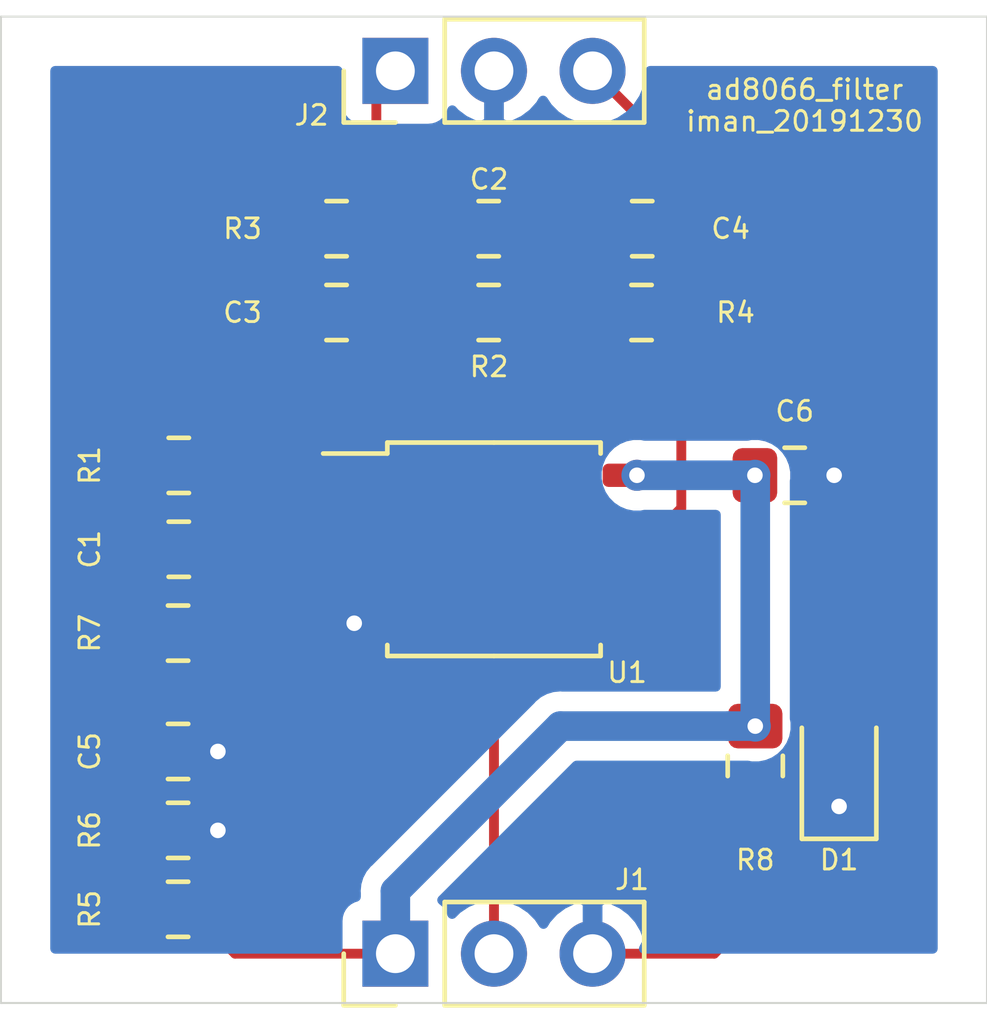
<source format=kicad_pcb>
(kicad_pcb (version 20171130) (host pcbnew "(5.1.5)-3")

  (general
    (thickness 1.6)
    (drawings 8)
    (tracks 92)
    (zones 0)
    (modules 18)
    (nets 13)
  )

  (page A4)
  (layers
    (0 F.Cu signal)
    (31 B.Cu signal)
    (32 B.Adhes user hide)
    (33 F.Adhes user hide)
    (34 B.Paste user hide)
    (35 F.Paste user hide)
    (36 B.SilkS user)
    (37 F.SilkS user)
    (38 B.Mask user)
    (39 F.Mask user)
    (40 Dwgs.User user hide)
    (41 Cmts.User user hide)
    (42 Eco1.User user hide)
    (43 Eco2.User user hide)
    (44 Edge.Cuts user)
    (45 Margin user hide)
    (46 B.CrtYd user hide)
    (47 F.CrtYd user hide)
    (48 B.Fab user hide)
    (49 F.Fab user hide)
  )

  (setup
    (last_trace_width 0.254)
    (user_trace_width 0.254)
    (user_trace_width 0.762)
    (trace_clearance 0.2)
    (zone_clearance 0.508)
    (zone_45_only no)
    (trace_min 0.2)
    (via_size 0.8)
    (via_drill 0.4)
    (via_min_size 0.4)
    (via_min_drill 0.3)
    (user_via 0.5 0.3)
    (uvia_size 0.3)
    (uvia_drill 0.1)
    (uvias_allowed no)
    (uvia_min_size 0.2)
    (uvia_min_drill 0.1)
    (edge_width 0.05)
    (segment_width 0.2)
    (pcb_text_width 0.3)
    (pcb_text_size 1.5 1.5)
    (mod_edge_width 0.12)
    (mod_text_size 1 1)
    (mod_text_width 0.15)
    (pad_size 1.524 1.524)
    (pad_drill 0.762)
    (pad_to_mask_clearance 0.051)
    (solder_mask_min_width 0.25)
    (aux_axis_origin 0 0)
    (visible_elements 7FFFFFFF)
    (pcbplotparams
      (layerselection 0x010f0_ffffffff)
      (usegerberextensions false)
      (usegerberattributes false)
      (usegerberadvancedattributes false)
      (creategerberjobfile false)
      (excludeedgelayer true)
      (linewidth 0.100000)
      (plotframeref false)
      (viasonmask false)
      (mode 1)
      (useauxorigin false)
      (hpglpennumber 1)
      (hpglpenspeed 20)
      (hpglpendiameter 15.000000)
      (psnegative false)
      (psa4output false)
      (plotreference true)
      (plotvalue true)
      (plotinvisibletext false)
      (padsonsilk false)
      (subtractmaskfromsilk false)
      (outputformat 1)
      (mirror false)
      (drillshape 0)
      (scaleselection 1)
      (outputdirectory "releases/ad8066-filter_20191230"))
  )

  (net 0 "")
  (net 1 /IFsig)
  (net 2 "Net-(C1-Pad1)")
  (net 3 /filt1)
  (net 4 "Net-(C2-Pad1)")
  (net 5 "Net-(C3-Pad2)")
  (net 6 "Net-(C4-Pad2)")
  (net 7 /Vout)
  (net 8 /GND)
  (net 9 "Net-(C5-Pad1)")
  (net 10 /5V)
  (net 11 /Vref)
  (net 12 "Net-(D1-Pad2)")

  (net_class Default "This is the default net class."
    (clearance 0.2)
    (trace_width 0.25)
    (via_dia 0.8)
    (via_drill 0.4)
    (uvia_dia 0.3)
    (uvia_drill 0.1)
    (add_net /5V)
    (add_net /GND)
    (add_net /IFsig)
    (add_net /Vout)
    (add_net /Vref)
    (add_net /filt1)
    (add_net "Net-(C1-Pad1)")
    (add_net "Net-(C2-Pad1)")
    (add_net "Net-(C3-Pad2)")
    (add_net "Net-(C4-Pad2)")
    (add_net "Net-(C5-Pad1)")
    (add_net "Net-(D1-Pad2)")
  )

  (module Resistor_SMD:R_0805_2012Metric_Pad1.15x1.40mm_HandSolder (layer F.Cu) (tedit 5B36C52B) (tstamp 5E098CA8)
    (at 171.831 95.495 90)
    (descr "Resistor SMD 0805 (2012 Metric), square (rectangular) end terminal, IPC_7351 nominal with elongated pad for handsoldering. (Body size source: https://docs.google.com/spreadsheets/d/1BsfQQcO9C6DZCsRaXUlFlo91Tg2WpOkGARC1WS5S8t0/edit?usp=sharing), generated with kicad-footprint-generator")
    (tags "resistor handsolder")
    (path /5E09967E)
    (attr smd)
    (fp_text reference R8 (at -2.422 0 180) (layer F.SilkS)
      (effects (font (size 0.508 0.508) (thickness 0.0762)))
    )
    (fp_text value 1k (at 0 1.65 90) (layer F.Fab)
      (effects (font (size 1 1) (thickness 0.15)))
    )
    (fp_text user %R (at 0 0 90) (layer F.Fab)
      (effects (font (size 0.5 0.5) (thickness 0.08)))
    )
    (fp_line (start 1.85 0.95) (end -1.85 0.95) (layer F.CrtYd) (width 0.05))
    (fp_line (start 1.85 -0.95) (end 1.85 0.95) (layer F.CrtYd) (width 0.05))
    (fp_line (start -1.85 -0.95) (end 1.85 -0.95) (layer F.CrtYd) (width 0.05))
    (fp_line (start -1.85 0.95) (end -1.85 -0.95) (layer F.CrtYd) (width 0.05))
    (fp_line (start -0.261252 0.71) (end 0.261252 0.71) (layer F.SilkS) (width 0.12))
    (fp_line (start -0.261252 -0.71) (end 0.261252 -0.71) (layer F.SilkS) (width 0.12))
    (fp_line (start 1 0.6) (end -1 0.6) (layer F.Fab) (width 0.1))
    (fp_line (start 1 -0.6) (end 1 0.6) (layer F.Fab) (width 0.1))
    (fp_line (start -1 -0.6) (end 1 -0.6) (layer F.Fab) (width 0.1))
    (fp_line (start -1 0.6) (end -1 -0.6) (layer F.Fab) (width 0.1))
    (pad 2 smd roundrect (at 1.025 0 90) (size 1.15 1.4) (layers F.Cu F.Paste F.Mask) (roundrect_rratio 0.217391)
      (net 10 /5V))
    (pad 1 smd roundrect (at -1.025 0 90) (size 1.15 1.4) (layers F.Cu F.Paste F.Mask) (roundrect_rratio 0.217391)
      (net 12 "Net-(D1-Pad2)"))
    (model ${KISYS3DMOD}/Resistor_SMD.3dshapes/R_0805_2012Metric.wrl
      (at (xyz 0 0 0))
      (scale (xyz 1 1 1))
      (rotate (xyz 0 0 0))
    )
  )

  (module LED_SMD:LED_0805_2012Metric_Pad1.15x1.40mm_HandSolder (layer F.Cu) (tedit 5B4B45C9) (tstamp 5E098B5F)
    (at 173.99 95.513 90)
    (descr "LED SMD 0805 (2012 Metric), square (rectangular) end terminal, IPC_7351 nominal, (Body size source: https://docs.google.com/spreadsheets/d/1BsfQQcO9C6DZCsRaXUlFlo91Tg2WpOkGARC1WS5S8t0/edit?usp=sharing), generated with kicad-footprint-generator")
    (tags "LED handsolder")
    (path /5E09B131)
    (attr smd)
    (fp_text reference D1 (at -2.404 0 180) (layer F.SilkS)
      (effects (font (size 0.508 0.508) (thickness 0.0762)))
    )
    (fp_text value LED (at 0 1.65 90) (layer F.Fab)
      (effects (font (size 1 1) (thickness 0.15)))
    )
    (fp_text user %R (at 0 0 90) (layer F.Fab)
      (effects (font (size 0.5 0.5) (thickness 0.08)))
    )
    (fp_line (start 1.85 0.95) (end -1.85 0.95) (layer F.CrtYd) (width 0.05))
    (fp_line (start 1.85 -0.95) (end 1.85 0.95) (layer F.CrtYd) (width 0.05))
    (fp_line (start -1.85 -0.95) (end 1.85 -0.95) (layer F.CrtYd) (width 0.05))
    (fp_line (start -1.85 0.95) (end -1.85 -0.95) (layer F.CrtYd) (width 0.05))
    (fp_line (start -1.86 0.96) (end 1 0.96) (layer F.SilkS) (width 0.12))
    (fp_line (start -1.86 -0.96) (end -1.86 0.96) (layer F.SilkS) (width 0.12))
    (fp_line (start 1 -0.96) (end -1.86 -0.96) (layer F.SilkS) (width 0.12))
    (fp_line (start 1 0.6) (end 1 -0.6) (layer F.Fab) (width 0.1))
    (fp_line (start -1 0.6) (end 1 0.6) (layer F.Fab) (width 0.1))
    (fp_line (start -1 -0.3) (end -1 0.6) (layer F.Fab) (width 0.1))
    (fp_line (start -0.7 -0.6) (end -1 -0.3) (layer F.Fab) (width 0.1))
    (fp_line (start 1 -0.6) (end -0.7 -0.6) (layer F.Fab) (width 0.1))
    (pad 2 smd roundrect (at 1.025 0 90) (size 1.15 1.4) (layers F.Cu F.Paste F.Mask) (roundrect_rratio 0.217391)
      (net 12 "Net-(D1-Pad2)"))
    (pad 1 smd roundrect (at -1.025 0 90) (size 1.15 1.4) (layers F.Cu F.Paste F.Mask) (roundrect_rratio 0.217391)
      (net 8 /GND))
    (model ${KISYS3DMOD}/LED_SMD.3dshapes/LED_0805_2012Metric.wrl
      (at (xyz 0 0 0))
      (scale (xyz 1 1 1))
      (rotate (xyz 0 0 0))
    )
  )

  (module Capacitor_SMD:C_0805_2012Metric_Pad1.15x1.40mm_HandSolder (layer F.Cu) (tedit 5B36C52B) (tstamp 5E08CAA0)
    (at 168.919 81.661 180)
    (descr "Capacitor SMD 0805 (2012 Metric), square (rectangular) end terminal, IPC_7351 nominal with elongated pad for handsoldering. (Body size source: https://docs.google.com/spreadsheets/d/1BsfQQcO9C6DZCsRaXUlFlo91Tg2WpOkGARC1WS5S8t0/edit?usp=sharing), generated with kicad-footprint-generator")
    (tags "capacitor handsolder")
    (path /5E09AA09)
    (attr smd)
    (fp_text reference C4 (at -2.277 0) (layer F.SilkS)
      (effects (font (size 0.508 0.508) (thickness 0.0762)))
    )
    (fp_text value 4.7u (at 0 1.65) (layer F.Fab)
      (effects (font (size 1 1) (thickness 0.15)))
    )
    (fp_text user %R (at 0 0) (layer F.Fab)
      (effects (font (size 0.5 0.5) (thickness 0.08)))
    )
    (fp_line (start 1.85 0.95) (end -1.85 0.95) (layer F.CrtYd) (width 0.05))
    (fp_line (start 1.85 -0.95) (end 1.85 0.95) (layer F.CrtYd) (width 0.05))
    (fp_line (start -1.85 -0.95) (end 1.85 -0.95) (layer F.CrtYd) (width 0.05))
    (fp_line (start -1.85 0.95) (end -1.85 -0.95) (layer F.CrtYd) (width 0.05))
    (fp_line (start -0.261252 0.71) (end 0.261252 0.71) (layer F.SilkS) (width 0.12))
    (fp_line (start -0.261252 -0.71) (end 0.261252 -0.71) (layer F.SilkS) (width 0.12))
    (fp_line (start 1 0.6) (end -1 0.6) (layer F.Fab) (width 0.1))
    (fp_line (start 1 -0.6) (end 1 0.6) (layer F.Fab) (width 0.1))
    (fp_line (start -1 -0.6) (end 1 -0.6) (layer F.Fab) (width 0.1))
    (fp_line (start -1 0.6) (end -1 -0.6) (layer F.Fab) (width 0.1))
    (pad 2 smd roundrect (at 1.025 0 180) (size 1.15 1.4) (layers F.Cu F.Paste F.Mask) (roundrect_rratio 0.217391)
      (net 6 "Net-(C4-Pad2)"))
    (pad 1 smd roundrect (at -1.025 0 180) (size 1.15 1.4) (layers F.Cu F.Paste F.Mask) (roundrect_rratio 0.217391)
      (net 7 /Vout))
    (model ${KISYS3DMOD}/Capacitor_SMD.3dshapes/C_0805_2012Metric.wrl
      (at (xyz 0 0 0))
      (scale (xyz 1 1 1))
      (rotate (xyz 0 0 0))
    )
  )

  (module Resistor_SMD:R_0805_2012Metric_Pad1.15x1.40mm_HandSolder (layer F.Cu) (tedit 5B36C52B) (tstamp 5E0994D4)
    (at 168.901 83.82 180)
    (descr "Resistor SMD 0805 (2012 Metric), square (rectangular) end terminal, IPC_7351 nominal with elongated pad for handsoldering. (Body size source: https://docs.google.com/spreadsheets/d/1BsfQQcO9C6DZCsRaXUlFlo91Tg2WpOkGARC1WS5S8t0/edit?usp=sharing), generated with kicad-footprint-generator")
    (tags "resistor handsolder")
    (path /5E09A004)
    (attr smd)
    (fp_text reference R4 (at -2.422 0) (layer F.SilkS)
      (effects (font (size 0.508 0.508) (thickness 0.0762)))
    )
    (fp_text value 1k (at 0 1.65) (layer F.Fab)
      (effects (font (size 1 1) (thickness 0.15)))
    )
    (fp_text user %R (at 0 0) (layer F.Fab)
      (effects (font (size 0.5 0.5) (thickness 0.08)))
    )
    (fp_line (start 1.85 0.95) (end -1.85 0.95) (layer F.CrtYd) (width 0.05))
    (fp_line (start 1.85 -0.95) (end 1.85 0.95) (layer F.CrtYd) (width 0.05))
    (fp_line (start -1.85 -0.95) (end 1.85 -0.95) (layer F.CrtYd) (width 0.05))
    (fp_line (start -1.85 0.95) (end -1.85 -0.95) (layer F.CrtYd) (width 0.05))
    (fp_line (start -0.261252 0.71) (end 0.261252 0.71) (layer F.SilkS) (width 0.12))
    (fp_line (start -0.261252 -0.71) (end 0.261252 -0.71) (layer F.SilkS) (width 0.12))
    (fp_line (start 1 0.6) (end -1 0.6) (layer F.Fab) (width 0.1))
    (fp_line (start 1 -0.6) (end 1 0.6) (layer F.Fab) (width 0.1))
    (fp_line (start -1 -0.6) (end 1 -0.6) (layer F.Fab) (width 0.1))
    (fp_line (start -1 0.6) (end -1 -0.6) (layer F.Fab) (width 0.1))
    (pad 2 smd roundrect (at 1.025 0 180) (size 1.15 1.4) (layers F.Cu F.Paste F.Mask) (roundrect_rratio 0.217391)
      (net 6 "Net-(C4-Pad2)"))
    (pad 1 smd roundrect (at -1.025 0 180) (size 1.15 1.4) (layers F.Cu F.Paste F.Mask) (roundrect_rratio 0.217391)
      (net 7 /Vout))
    (model ${KISYS3DMOD}/Resistor_SMD.3dshapes/R_0805_2012Metric.wrl
      (at (xyz 0 0 0))
      (scale (xyz 1 1 1))
      (rotate (xyz 0 0 0))
    )
  )

  (module Capacitor_SMD:C_0805_2012Metric_Pad1.15x1.40mm_HandSolder (layer F.Cu) (tedit 5B36C52B) (tstamp 5E08CCB4)
    (at 172.847 88.011)
    (descr "Capacitor SMD 0805 (2012 Metric), square (rectangular) end terminal, IPC_7351 nominal with elongated pad for handsoldering. (Body size source: https://docs.google.com/spreadsheets/d/1BsfQQcO9C6DZCsRaXUlFlo91Tg2WpOkGARC1WS5S8t0/edit?usp=sharing), generated with kicad-footprint-generator")
    (tags "capacitor handsolder")
    (path /5E0BA77D)
    (attr smd)
    (fp_text reference C6 (at 0 -1.65) (layer F.SilkS)
      (effects (font (size 0.508 0.508) (thickness 0.0762)))
    )
    (fp_text value 4.7u (at 0 1.65) (layer F.Fab)
      (effects (font (size 1 1) (thickness 0.15)))
    )
    (fp_text user %R (at 0 0) (layer F.Fab)
      (effects (font (size 0.5 0.5) (thickness 0.08)))
    )
    (fp_line (start 1.85 0.95) (end -1.85 0.95) (layer F.CrtYd) (width 0.05))
    (fp_line (start 1.85 -0.95) (end 1.85 0.95) (layer F.CrtYd) (width 0.05))
    (fp_line (start -1.85 -0.95) (end 1.85 -0.95) (layer F.CrtYd) (width 0.05))
    (fp_line (start -1.85 0.95) (end -1.85 -0.95) (layer F.CrtYd) (width 0.05))
    (fp_line (start -0.261252 0.71) (end 0.261252 0.71) (layer F.SilkS) (width 0.12))
    (fp_line (start -0.261252 -0.71) (end 0.261252 -0.71) (layer F.SilkS) (width 0.12))
    (fp_line (start 1 0.6) (end -1 0.6) (layer F.Fab) (width 0.1))
    (fp_line (start 1 -0.6) (end 1 0.6) (layer F.Fab) (width 0.1))
    (fp_line (start -1 -0.6) (end 1 -0.6) (layer F.Fab) (width 0.1))
    (fp_line (start -1 0.6) (end -1 -0.6) (layer F.Fab) (width 0.1))
    (pad 2 smd roundrect (at 1.025 0) (size 1.15 1.4) (layers F.Cu F.Paste F.Mask) (roundrect_rratio 0.217391)
      (net 8 /GND))
    (pad 1 smd roundrect (at -1.025 0) (size 1.15 1.4) (layers F.Cu F.Paste F.Mask) (roundrect_rratio 0.217391)
      (net 10 /5V))
    (model ${KISYS3DMOD}/Capacitor_SMD.3dshapes/C_0805_2012Metric.wrl
      (at (xyz 0 0 0))
      (scale (xyz 1 1 1))
      (rotate (xyz 0 0 0))
    )
  )

  (module Package_SO:SOIC-8_5.275x5.275mm_P1.27mm (layer F.Cu) (tedit 5D9F72B1) (tstamp 5E08C982)
    (at 165.1 89.916)
    (descr "SOIC, 8 Pin (http://ww1.microchip.com/downloads/en/DeviceDoc/20005045C.pdf#page=23), generated with kicad-footprint-generator ipc_gullwing_generator.py")
    (tags "SOIC SO")
    (path /5E08B813)
    (attr smd)
    (fp_text reference U1 (at 3.429 3.175) (layer F.SilkS)
      (effects (font (size 0.508 0.508) (thickness 0.0762)))
    )
    (fp_text value AD8066 (at 0 3.59) (layer F.Fab)
      (effects (font (size 1 1) (thickness 0.15)))
    )
    (fp_text user %R (at 0 0) (layer F.Fab)
      (effects (font (size 1 1) (thickness 0.15)))
    )
    (fp_line (start 4.65 -2.89) (end -4.65 -2.89) (layer F.CrtYd) (width 0.05))
    (fp_line (start 4.65 2.89) (end 4.65 -2.89) (layer F.CrtYd) (width 0.05))
    (fp_line (start -4.65 2.89) (end 4.65 2.89) (layer F.CrtYd) (width 0.05))
    (fp_line (start -4.65 -2.89) (end -4.65 2.89) (layer F.CrtYd) (width 0.05))
    (fp_line (start -2.6375 -1.6375) (end -1.6375 -2.6375) (layer F.Fab) (width 0.1))
    (fp_line (start -2.6375 2.6375) (end -2.6375 -1.6375) (layer F.Fab) (width 0.1))
    (fp_line (start 2.6375 2.6375) (end -2.6375 2.6375) (layer F.Fab) (width 0.1))
    (fp_line (start 2.6375 -2.6375) (end 2.6375 2.6375) (layer F.Fab) (width 0.1))
    (fp_line (start -1.6375 -2.6375) (end 2.6375 -2.6375) (layer F.Fab) (width 0.1))
    (fp_line (start -2.7475 -2.465) (end -4.4 -2.465) (layer F.SilkS) (width 0.12))
    (fp_line (start -2.7475 -2.7475) (end -2.7475 -2.465) (layer F.SilkS) (width 0.12))
    (fp_line (start 0 -2.7475) (end -2.7475 -2.7475) (layer F.SilkS) (width 0.12))
    (fp_line (start 2.7475 -2.7475) (end 2.7475 -2.465) (layer F.SilkS) (width 0.12))
    (fp_line (start 0 -2.7475) (end 2.7475 -2.7475) (layer F.SilkS) (width 0.12))
    (fp_line (start -2.7475 2.7475) (end -2.7475 2.465) (layer F.SilkS) (width 0.12))
    (fp_line (start 0 2.7475) (end -2.7475 2.7475) (layer F.SilkS) (width 0.12))
    (fp_line (start 2.7475 2.7475) (end 2.7475 2.465) (layer F.SilkS) (width 0.12))
    (fp_line (start 0 2.7475) (end 2.7475 2.7475) (layer F.SilkS) (width 0.12))
    (pad 8 smd roundrect (at 3.6 -1.905) (size 1.6 0.6) (layers F.Cu F.Paste F.Mask) (roundrect_rratio 0.25)
      (net 10 /5V))
    (pad 7 smd roundrect (at 3.6 -0.635) (size 1.6 0.6) (layers F.Cu F.Paste F.Mask) (roundrect_rratio 0.25)
      (net 7 /Vout))
    (pad 6 smd roundrect (at 3.6 0.635) (size 1.6 0.6) (layers F.Cu F.Paste F.Mask) (roundrect_rratio 0.25)
      (net 6 "Net-(C4-Pad2)"))
    (pad 5 smd roundrect (at 3.6 1.905) (size 1.6 0.6) (layers F.Cu F.Paste F.Mask) (roundrect_rratio 0.25)
      (net 11 /Vref))
    (pad 4 smd roundrect (at -3.6 1.905) (size 1.6 0.6) (layers F.Cu F.Paste F.Mask) (roundrect_rratio 0.25)
      (net 8 /GND))
    (pad 3 smd roundrect (at -3.6 0.635) (size 1.6 0.6) (layers F.Cu F.Paste F.Mask) (roundrect_rratio 0.25)
      (net 11 /Vref))
    (pad 2 smd roundrect (at -3.6 -0.635) (size 1.6 0.6) (layers F.Cu F.Paste F.Mask) (roundrect_rratio 0.25)
      (net 5 "Net-(C3-Pad2)"))
    (pad 1 smd roundrect (at -3.6 -1.905) (size 1.6 0.6) (layers F.Cu F.Paste F.Mask) (roundrect_rratio 0.25)
      (net 3 /filt1))
    (model ${KISYS3DMOD}/Package_SO.3dshapes/SOIC-8_5.275x5.275mm_P1.27mm.wrl
      (at (xyz 0 0 0))
      (scale (xyz 1 1 1))
      (rotate (xyz 0 0 0))
    )
  )

  (module Resistor_SMD:R_0805_2012Metric_Pad1.15x1.40mm_HandSolder (layer F.Cu) (tedit 5B36C52B) (tstamp 5E08CC62)
    (at 156.963 92.075 180)
    (descr "Resistor SMD 0805 (2012 Metric), square (rectangular) end terminal, IPC_7351 nominal with elongated pad for handsoldering. (Body size source: https://docs.google.com/spreadsheets/d/1BsfQQcO9C6DZCsRaXUlFlo91Tg2WpOkGARC1WS5S8t0/edit?usp=sharing), generated with kicad-footprint-generator")
    (tags "resistor handsolder")
    (path /5E08F5B1)
    (attr smd)
    (fp_text reference R7 (at 2.277 0 90) (layer F.SilkS)
      (effects (font (size 0.508 0.508) (thickness 0.0762)))
    )
    (fp_text value 1k (at 0 1.65) (layer F.Fab)
      (effects (font (size 1 1) (thickness 0.15)))
    )
    (fp_text user %R (at 0 0) (layer F.Fab)
      (effects (font (size 0.5 0.5) (thickness 0.08)))
    )
    (fp_line (start 1.85 0.95) (end -1.85 0.95) (layer F.CrtYd) (width 0.05))
    (fp_line (start 1.85 -0.95) (end 1.85 0.95) (layer F.CrtYd) (width 0.05))
    (fp_line (start -1.85 -0.95) (end 1.85 -0.95) (layer F.CrtYd) (width 0.05))
    (fp_line (start -1.85 0.95) (end -1.85 -0.95) (layer F.CrtYd) (width 0.05))
    (fp_line (start -0.261252 0.71) (end 0.261252 0.71) (layer F.SilkS) (width 0.12))
    (fp_line (start -0.261252 -0.71) (end 0.261252 -0.71) (layer F.SilkS) (width 0.12))
    (fp_line (start 1 0.6) (end -1 0.6) (layer F.Fab) (width 0.1))
    (fp_line (start 1 -0.6) (end 1 0.6) (layer F.Fab) (width 0.1))
    (fp_line (start -1 -0.6) (end 1 -0.6) (layer F.Fab) (width 0.1))
    (fp_line (start -1 0.6) (end -1 -0.6) (layer F.Fab) (width 0.1))
    (pad 2 smd roundrect (at 1.025 0 180) (size 1.15 1.4) (layers F.Cu F.Paste F.Mask) (roundrect_rratio 0.217391)
      (net 9 "Net-(C5-Pad1)"))
    (pad 1 smd roundrect (at -1.025 0 180) (size 1.15 1.4) (layers F.Cu F.Paste F.Mask) (roundrect_rratio 0.217391)
      (net 11 /Vref))
    (model ${KISYS3DMOD}/Resistor_SMD.3dshapes/R_0805_2012Metric.wrl
      (at (xyz 0 0 0))
      (scale (xyz 1 1 1))
      (rotate (xyz 0 0 0))
    )
  )

  (module Resistor_SMD:R_0805_2012Metric_Pad1.15x1.40mm_HandSolder (layer F.Cu) (tedit 5B36C52B) (tstamp 5E08CAD0)
    (at 156.963 97.155)
    (descr "Resistor SMD 0805 (2012 Metric), square (rectangular) end terminal, IPC_7351 nominal with elongated pad for handsoldering. (Body size source: https://docs.google.com/spreadsheets/d/1BsfQQcO9C6DZCsRaXUlFlo91Tg2WpOkGARC1WS5S8t0/edit?usp=sharing), generated with kicad-footprint-generator")
    (tags "resistor handsolder")
    (path /5E08EDF7)
    (attr smd)
    (fp_text reference R6 (at -2.277 0 90) (layer F.SilkS)
      (effects (font (size 0.508 0.508) (thickness 0.0762)))
    )
    (fp_text value 10k (at 0 1.65) (layer F.Fab)
      (effects (font (size 1 1) (thickness 0.15)))
    )
    (fp_text user %R (at 0 0) (layer F.Fab)
      (effects (font (size 0.5 0.5) (thickness 0.08)))
    )
    (fp_line (start 1.85 0.95) (end -1.85 0.95) (layer F.CrtYd) (width 0.05))
    (fp_line (start 1.85 -0.95) (end 1.85 0.95) (layer F.CrtYd) (width 0.05))
    (fp_line (start -1.85 -0.95) (end 1.85 -0.95) (layer F.CrtYd) (width 0.05))
    (fp_line (start -1.85 0.95) (end -1.85 -0.95) (layer F.CrtYd) (width 0.05))
    (fp_line (start -0.261252 0.71) (end 0.261252 0.71) (layer F.SilkS) (width 0.12))
    (fp_line (start -0.261252 -0.71) (end 0.261252 -0.71) (layer F.SilkS) (width 0.12))
    (fp_line (start 1 0.6) (end -1 0.6) (layer F.Fab) (width 0.1))
    (fp_line (start 1 -0.6) (end 1 0.6) (layer F.Fab) (width 0.1))
    (fp_line (start -1 -0.6) (end 1 -0.6) (layer F.Fab) (width 0.1))
    (fp_line (start -1 0.6) (end -1 -0.6) (layer F.Fab) (width 0.1))
    (pad 2 smd roundrect (at 1.025 0) (size 1.15 1.4) (layers F.Cu F.Paste F.Mask) (roundrect_rratio 0.217391)
      (net 8 /GND))
    (pad 1 smd roundrect (at -1.025 0) (size 1.15 1.4) (layers F.Cu F.Paste F.Mask) (roundrect_rratio 0.217391)
      (net 9 "Net-(C5-Pad1)"))
    (model ${KISYS3DMOD}/Resistor_SMD.3dshapes/R_0805_2012Metric.wrl
      (at (xyz 0 0 0))
      (scale (xyz 1 1 1))
      (rotate (xyz 0 0 0))
    )
  )

  (module Resistor_SMD:R_0805_2012Metric_Pad1.15x1.40mm_HandSolder (layer F.Cu) (tedit 5B36C52B) (tstamp 5E08CC02)
    (at 156.963 99.187 180)
    (descr "Resistor SMD 0805 (2012 Metric), square (rectangular) end terminal, IPC_7351 nominal with elongated pad for handsoldering. (Body size source: https://docs.google.com/spreadsheets/d/1BsfQQcO9C6DZCsRaXUlFlo91Tg2WpOkGARC1WS5S8t0/edit?usp=sharing), generated with kicad-footprint-generator")
    (tags "resistor handsolder")
    (path /5E08E5C8)
    (attr smd)
    (fp_text reference R5 (at 2.277 0 90) (layer F.SilkS)
      (effects (font (size 0.508 0.508) (thickness 0.0762)))
    )
    (fp_text value 10k (at 0 1.65) (layer F.Fab)
      (effects (font (size 1 1) (thickness 0.15)))
    )
    (fp_text user %R (at 0 0) (layer F.Fab)
      (effects (font (size 0.5 0.5) (thickness 0.08)))
    )
    (fp_line (start 1.85 0.95) (end -1.85 0.95) (layer F.CrtYd) (width 0.05))
    (fp_line (start 1.85 -0.95) (end 1.85 0.95) (layer F.CrtYd) (width 0.05))
    (fp_line (start -1.85 -0.95) (end 1.85 -0.95) (layer F.CrtYd) (width 0.05))
    (fp_line (start -1.85 0.95) (end -1.85 -0.95) (layer F.CrtYd) (width 0.05))
    (fp_line (start -0.261252 0.71) (end 0.261252 0.71) (layer F.SilkS) (width 0.12))
    (fp_line (start -0.261252 -0.71) (end 0.261252 -0.71) (layer F.SilkS) (width 0.12))
    (fp_line (start 1 0.6) (end -1 0.6) (layer F.Fab) (width 0.1))
    (fp_line (start 1 -0.6) (end 1 0.6) (layer F.Fab) (width 0.1))
    (fp_line (start -1 -0.6) (end 1 -0.6) (layer F.Fab) (width 0.1))
    (fp_line (start -1 0.6) (end -1 -0.6) (layer F.Fab) (width 0.1))
    (pad 2 smd roundrect (at 1.025 0 180) (size 1.15 1.4) (layers F.Cu F.Paste F.Mask) (roundrect_rratio 0.217391)
      (net 9 "Net-(C5-Pad1)"))
    (pad 1 smd roundrect (at -1.025 0 180) (size 1.15 1.4) (layers F.Cu F.Paste F.Mask) (roundrect_rratio 0.217391)
      (net 10 /5V))
    (model ${KISYS3DMOD}/Resistor_SMD.3dshapes/R_0805_2012Metric.wrl
      (at (xyz 0 0 0))
      (scale (xyz 1 1 1))
      (rotate (xyz 0 0 0))
    )
  )

  (module Resistor_SMD:R_0805_2012Metric_Pad1.15x1.40mm_HandSolder (layer F.Cu) (tedit 5B36C52B) (tstamp 5E08CB42)
    (at 161.045 81.661 180)
    (descr "Resistor SMD 0805 (2012 Metric), square (rectangular) end terminal, IPC_7351 nominal with elongated pad for handsoldering. (Body size source: https://docs.google.com/spreadsheets/d/1BsfQQcO9C6DZCsRaXUlFlo91Tg2WpOkGARC1WS5S8t0/edit?usp=sharing), generated with kicad-footprint-generator")
    (tags "resistor handsolder")
    (path /5E0924AC)
    (attr smd)
    (fp_text reference R3 (at 2.422 0) (layer F.SilkS)
      (effects (font (size 0.508 0.508) (thickness 0.0762)))
    )
    (fp_text value 1k (at 0 1.65) (layer F.Fab)
      (effects (font (size 1 1) (thickness 0.15)))
    )
    (fp_text user %R (at 0 0) (layer F.Fab)
      (effects (font (size 0.5 0.5) (thickness 0.08)))
    )
    (fp_line (start 1.85 0.95) (end -1.85 0.95) (layer F.CrtYd) (width 0.05))
    (fp_line (start 1.85 -0.95) (end 1.85 0.95) (layer F.CrtYd) (width 0.05))
    (fp_line (start -1.85 -0.95) (end 1.85 -0.95) (layer F.CrtYd) (width 0.05))
    (fp_line (start -1.85 0.95) (end -1.85 -0.95) (layer F.CrtYd) (width 0.05))
    (fp_line (start -0.261252 0.71) (end 0.261252 0.71) (layer F.SilkS) (width 0.12))
    (fp_line (start -0.261252 -0.71) (end 0.261252 -0.71) (layer F.SilkS) (width 0.12))
    (fp_line (start 1 0.6) (end -1 0.6) (layer F.Fab) (width 0.1))
    (fp_line (start 1 -0.6) (end 1 0.6) (layer F.Fab) (width 0.1))
    (fp_line (start -1 -0.6) (end 1 -0.6) (layer F.Fab) (width 0.1))
    (fp_line (start -1 0.6) (end -1 -0.6) (layer F.Fab) (width 0.1))
    (pad 2 smd roundrect (at 1.025 0 180) (size 1.15 1.4) (layers F.Cu F.Paste F.Mask) (roundrect_rratio 0.217391)
      (net 5 "Net-(C3-Pad2)"))
    (pad 1 smd roundrect (at -1.025 0 180) (size 1.15 1.4) (layers F.Cu F.Paste F.Mask) (roundrect_rratio 0.217391)
      (net 3 /filt1))
    (model ${KISYS3DMOD}/Resistor_SMD.3dshapes/R_0805_2012Metric.wrl
      (at (xyz 0 0 0))
      (scale (xyz 1 1 1))
      (rotate (xyz 0 0 0))
    )
  )

  (module Resistor_SMD:R_0805_2012Metric_Pad1.15x1.40mm_HandSolder (layer F.Cu) (tedit 5B36C52B) (tstamp 5E098371)
    (at 164.964 83.82 180)
    (descr "Resistor SMD 0805 (2012 Metric), square (rectangular) end terminal, IPC_7351 nominal with elongated pad for handsoldering. (Body size source: https://docs.google.com/spreadsheets/d/1BsfQQcO9C6DZCsRaXUlFlo91Tg2WpOkGARC1WS5S8t0/edit?usp=sharing), generated with kicad-footprint-generator")
    (tags "resistor handsolder")
    (path /5E099BC3)
    (attr smd)
    (fp_text reference R2 (at -0.009 -1.397 180) (layer F.SilkS)
      (effects (font (size 0.508 0.508) (thickness 0.0762)))
    )
    (fp_text value 1k (at 0 1.65) (layer F.Fab)
      (effects (font (size 1 1) (thickness 0.15)))
    )
    (fp_text user %R (at 0 0) (layer F.Fab)
      (effects (font (size 0.5 0.5) (thickness 0.08)))
    )
    (fp_line (start 1.85 0.95) (end -1.85 0.95) (layer F.CrtYd) (width 0.05))
    (fp_line (start 1.85 -0.95) (end 1.85 0.95) (layer F.CrtYd) (width 0.05))
    (fp_line (start -1.85 -0.95) (end 1.85 -0.95) (layer F.CrtYd) (width 0.05))
    (fp_line (start -1.85 0.95) (end -1.85 -0.95) (layer F.CrtYd) (width 0.05))
    (fp_line (start -0.261252 0.71) (end 0.261252 0.71) (layer F.SilkS) (width 0.12))
    (fp_line (start -0.261252 -0.71) (end 0.261252 -0.71) (layer F.SilkS) (width 0.12))
    (fp_line (start 1 0.6) (end -1 0.6) (layer F.Fab) (width 0.1))
    (fp_line (start 1 -0.6) (end 1 0.6) (layer F.Fab) (width 0.1))
    (fp_line (start -1 -0.6) (end 1 -0.6) (layer F.Fab) (width 0.1))
    (fp_line (start -1 0.6) (end -1 -0.6) (layer F.Fab) (width 0.1))
    (pad 2 smd roundrect (at 1.025 0 180) (size 1.15 1.4) (layers F.Cu F.Paste F.Mask) (roundrect_rratio 0.217391)
      (net 4 "Net-(C2-Pad1)"))
    (pad 1 smd roundrect (at -1.025 0 180) (size 1.15 1.4) (layers F.Cu F.Paste F.Mask) (roundrect_rratio 0.217391)
      (net 6 "Net-(C4-Pad2)"))
    (model ${KISYS3DMOD}/Resistor_SMD.3dshapes/R_0805_2012Metric.wrl
      (at (xyz 0 0 0))
      (scale (xyz 1 1 1))
      (rotate (xyz 0 0 0))
    )
  )

  (module Resistor_SMD:R_0805_2012Metric_Pad1.15x1.40mm_HandSolder (layer F.Cu) (tedit 5B36C52B) (tstamp 5E09930C)
    (at 156.981 87.757 180)
    (descr "Resistor SMD 0805 (2012 Metric), square (rectangular) end terminal, IPC_7351 nominal with elongated pad for handsoldering. (Body size source: https://docs.google.com/spreadsheets/d/1BsfQQcO9C6DZCsRaXUlFlo91Tg2WpOkGARC1WS5S8t0/edit?usp=sharing), generated with kicad-footprint-generator")
    (tags "resistor handsolder")
    (path /5E091343)
    (attr smd)
    (fp_text reference R1 (at 2.295 0 90) (layer F.SilkS)
      (effects (font (size 0.508 0.508) (thickness 0.0762)))
    )
    (fp_text value 1k (at 0 1.65) (layer F.Fab)
      (effects (font (size 1 1) (thickness 0.15)))
    )
    (fp_text user %R (at 0 0) (layer F.Fab)
      (effects (font (size 0.5 0.5) (thickness 0.08)))
    )
    (fp_line (start 1.85 0.95) (end -1.85 0.95) (layer F.CrtYd) (width 0.05))
    (fp_line (start 1.85 -0.95) (end 1.85 0.95) (layer F.CrtYd) (width 0.05))
    (fp_line (start -1.85 -0.95) (end 1.85 -0.95) (layer F.CrtYd) (width 0.05))
    (fp_line (start -1.85 0.95) (end -1.85 -0.95) (layer F.CrtYd) (width 0.05))
    (fp_line (start -0.261252 0.71) (end 0.261252 0.71) (layer F.SilkS) (width 0.12))
    (fp_line (start -0.261252 -0.71) (end 0.261252 -0.71) (layer F.SilkS) (width 0.12))
    (fp_line (start 1 0.6) (end -1 0.6) (layer F.Fab) (width 0.1))
    (fp_line (start 1 -0.6) (end 1 0.6) (layer F.Fab) (width 0.1))
    (fp_line (start -1 -0.6) (end 1 -0.6) (layer F.Fab) (width 0.1))
    (fp_line (start -1 0.6) (end -1 -0.6) (layer F.Fab) (width 0.1))
    (pad 2 smd roundrect (at 1.025 0 180) (size 1.15 1.4) (layers F.Cu F.Paste F.Mask) (roundrect_rratio 0.217391)
      (net 2 "Net-(C1-Pad1)"))
    (pad 1 smd roundrect (at -1.025 0 180) (size 1.15 1.4) (layers F.Cu F.Paste F.Mask) (roundrect_rratio 0.217391)
      (net 5 "Net-(C3-Pad2)"))
    (model ${KISYS3DMOD}/Resistor_SMD.3dshapes/R_0805_2012Metric.wrl
      (at (xyz 0 0 0))
      (scale (xyz 1 1 1))
      (rotate (xyz 0 0 0))
    )
  )

  (module Connector_PinHeader_2.54mm:PinHeader_1x03_P2.54mm_Vertical (layer F.Cu) (tedit 59FED5CC) (tstamp 5E08CB06)
    (at 162.56 77.597 90)
    (descr "Through hole straight pin header, 1x03, 2.54mm pitch, single row")
    (tags "Through hole pin header THT 1x03 2.54mm single row")
    (path /5E0A9E47)
    (fp_text reference J2 (at -1.143 -2.159 180) (layer F.SilkS)
      (effects (font (size 0.508 0.508) (thickness 0.0762)))
    )
    (fp_text value Conn_01x03 (at 0 7.41 90) (layer F.Fab)
      (effects (font (size 1 1) (thickness 0.15)))
    )
    (fp_text user %R (at 0 2.54) (layer F.Fab)
      (effects (font (size 1 1) (thickness 0.15)))
    )
    (fp_line (start 1.8 -1.8) (end -1.8 -1.8) (layer F.CrtYd) (width 0.05))
    (fp_line (start 1.8 6.85) (end 1.8 -1.8) (layer F.CrtYd) (width 0.05))
    (fp_line (start -1.8 6.85) (end 1.8 6.85) (layer F.CrtYd) (width 0.05))
    (fp_line (start -1.8 -1.8) (end -1.8 6.85) (layer F.CrtYd) (width 0.05))
    (fp_line (start -1.33 -1.33) (end 0 -1.33) (layer F.SilkS) (width 0.12))
    (fp_line (start -1.33 0) (end -1.33 -1.33) (layer F.SilkS) (width 0.12))
    (fp_line (start -1.33 1.27) (end 1.33 1.27) (layer F.SilkS) (width 0.12))
    (fp_line (start 1.33 1.27) (end 1.33 6.41) (layer F.SilkS) (width 0.12))
    (fp_line (start -1.33 1.27) (end -1.33 6.41) (layer F.SilkS) (width 0.12))
    (fp_line (start -1.33 6.41) (end 1.33 6.41) (layer F.SilkS) (width 0.12))
    (fp_line (start -1.27 -0.635) (end -0.635 -1.27) (layer F.Fab) (width 0.1))
    (fp_line (start -1.27 6.35) (end -1.27 -0.635) (layer F.Fab) (width 0.1))
    (fp_line (start 1.27 6.35) (end -1.27 6.35) (layer F.Fab) (width 0.1))
    (fp_line (start 1.27 -1.27) (end 1.27 6.35) (layer F.Fab) (width 0.1))
    (fp_line (start -0.635 -1.27) (end 1.27 -1.27) (layer F.Fab) (width 0.1))
    (pad 3 thru_hole oval (at 0 5.08 90) (size 1.7 1.7) (drill 1) (layers *.Cu *.Mask)
      (net 7 /Vout))
    (pad 2 thru_hole oval (at 0 2.54 90) (size 1.7 1.7) (drill 1) (layers *.Cu *.Mask)
      (net 8 /GND))
    (pad 1 thru_hole rect (at 0 0 90) (size 1.7 1.7) (drill 1) (layers *.Cu *.Mask)
      (net 3 /filt1))
    (model ${KISYS3DMOD}/Connector_PinHeader_2.54mm.3dshapes/PinHeader_1x03_P2.54mm_Vertical.wrl
      (at (xyz 0 0 0))
      (scale (xyz 1 1 1))
      (rotate (xyz 0 0 0))
    )
  )

  (module Connector_PinHeader_2.54mm:PinHeader_1x03_P2.54mm_Vertical (layer F.Cu) (tedit 59FED5CC) (tstamp 5E08CD22)
    (at 162.56 100.33 90)
    (descr "Through hole straight pin header, 1x03, 2.54mm pitch, single row")
    (tags "Through hole pin header THT 1x03 2.54mm single row")
    (path /5E08C5FD)
    (fp_text reference J1 (at 1.905 6.096) (layer F.SilkS)
      (effects (font (size 0.508 0.508) (thickness 0.0762)))
    )
    (fp_text value Conn_01x03 (at 0 7.41 90) (layer F.Fab)
      (effects (font (size 1 1) (thickness 0.15)))
    )
    (fp_text user %R (at 0 2.54) (layer F.Fab)
      (effects (font (size 1 1) (thickness 0.15)))
    )
    (fp_line (start 1.8 -1.8) (end -1.8 -1.8) (layer F.CrtYd) (width 0.05))
    (fp_line (start 1.8 6.85) (end 1.8 -1.8) (layer F.CrtYd) (width 0.05))
    (fp_line (start -1.8 6.85) (end 1.8 6.85) (layer F.CrtYd) (width 0.05))
    (fp_line (start -1.8 -1.8) (end -1.8 6.85) (layer F.CrtYd) (width 0.05))
    (fp_line (start -1.33 -1.33) (end 0 -1.33) (layer F.SilkS) (width 0.12))
    (fp_line (start -1.33 0) (end -1.33 -1.33) (layer F.SilkS) (width 0.12))
    (fp_line (start -1.33 1.27) (end 1.33 1.27) (layer F.SilkS) (width 0.12))
    (fp_line (start 1.33 1.27) (end 1.33 6.41) (layer F.SilkS) (width 0.12))
    (fp_line (start -1.33 1.27) (end -1.33 6.41) (layer F.SilkS) (width 0.12))
    (fp_line (start -1.33 6.41) (end 1.33 6.41) (layer F.SilkS) (width 0.12))
    (fp_line (start -1.27 -0.635) (end -0.635 -1.27) (layer F.Fab) (width 0.1))
    (fp_line (start -1.27 6.35) (end -1.27 -0.635) (layer F.Fab) (width 0.1))
    (fp_line (start 1.27 6.35) (end -1.27 6.35) (layer F.Fab) (width 0.1))
    (fp_line (start 1.27 -1.27) (end 1.27 6.35) (layer F.Fab) (width 0.1))
    (fp_line (start -0.635 -1.27) (end 1.27 -1.27) (layer F.Fab) (width 0.1))
    (pad 3 thru_hole oval (at 0 5.08 90) (size 1.7 1.7) (drill 1) (layers *.Cu *.Mask)
      (net 8 /GND))
    (pad 2 thru_hole oval (at 0 2.54 90) (size 1.7 1.7) (drill 1) (layers *.Cu *.Mask)
      (net 1 /IFsig))
    (pad 1 thru_hole rect (at 0 0 90) (size 1.7 1.7) (drill 1) (layers *.Cu *.Mask)
      (net 10 /5V))
    (model ${KISYS3DMOD}/Connector_PinHeader_2.54mm.3dshapes/PinHeader_1x03_P2.54mm_Vertical.wrl
      (at (xyz 0 0 0))
      (scale (xyz 1 1 1))
      (rotate (xyz 0 0 0))
    )
  )

  (module Capacitor_SMD:C_0805_2012Metric_Pad1.15x1.40mm_HandSolder (layer F.Cu) (tedit 5B36C52B) (tstamp 5E08CB72)
    (at 156.963 95.123)
    (descr "Capacitor SMD 0805 (2012 Metric), square (rectangular) end terminal, IPC_7351 nominal with elongated pad for handsoldering. (Body size source: https://docs.google.com/spreadsheets/d/1BsfQQcO9C6DZCsRaXUlFlo91Tg2WpOkGARC1WS5S8t0/edit?usp=sharing), generated with kicad-footprint-generator")
    (tags "capacitor handsolder")
    (path /5E08FFF4)
    (attr smd)
    (fp_text reference C5 (at -2.277 0 90) (layer F.SilkS)
      (effects (font (size 0.508 0.508) (thickness 0.0762)))
    )
    (fp_text value 4.7u (at 0 1.65) (layer F.Fab)
      (effects (font (size 1 1) (thickness 0.15)))
    )
    (fp_text user %R (at 0 0) (layer F.Fab)
      (effects (font (size 0.5 0.5) (thickness 0.08)))
    )
    (fp_line (start 1.85 0.95) (end -1.85 0.95) (layer F.CrtYd) (width 0.05))
    (fp_line (start 1.85 -0.95) (end 1.85 0.95) (layer F.CrtYd) (width 0.05))
    (fp_line (start -1.85 -0.95) (end 1.85 -0.95) (layer F.CrtYd) (width 0.05))
    (fp_line (start -1.85 0.95) (end -1.85 -0.95) (layer F.CrtYd) (width 0.05))
    (fp_line (start -0.261252 0.71) (end 0.261252 0.71) (layer F.SilkS) (width 0.12))
    (fp_line (start -0.261252 -0.71) (end 0.261252 -0.71) (layer F.SilkS) (width 0.12))
    (fp_line (start 1 0.6) (end -1 0.6) (layer F.Fab) (width 0.1))
    (fp_line (start 1 -0.6) (end 1 0.6) (layer F.Fab) (width 0.1))
    (fp_line (start -1 -0.6) (end 1 -0.6) (layer F.Fab) (width 0.1))
    (fp_line (start -1 0.6) (end -1 -0.6) (layer F.Fab) (width 0.1))
    (pad 2 smd roundrect (at 1.025 0) (size 1.15 1.4) (layers F.Cu F.Paste F.Mask) (roundrect_rratio 0.217391)
      (net 8 /GND))
    (pad 1 smd roundrect (at -1.025 0) (size 1.15 1.4) (layers F.Cu F.Paste F.Mask) (roundrect_rratio 0.217391)
      (net 9 "Net-(C5-Pad1)"))
    (model ${KISYS3DMOD}/Capacitor_SMD.3dshapes/C_0805_2012Metric.wrl
      (at (xyz 0 0 0))
      (scale (xyz 1 1 1))
      (rotate (xyz 0 0 0))
    )
  )

  (module Capacitor_SMD:C_0805_2012Metric_Pad1.15x1.40mm_HandSolder (layer F.Cu) (tedit 5B36C52B) (tstamp 5E099441)
    (at 161.045 83.82 180)
    (descr "Capacitor SMD 0805 (2012 Metric), square (rectangular) end terminal, IPC_7351 nominal with elongated pad for handsoldering. (Body size source: https://docs.google.com/spreadsheets/d/1BsfQQcO9C6DZCsRaXUlFlo91Tg2WpOkGARC1WS5S8t0/edit?usp=sharing), generated with kicad-footprint-generator")
    (tags "capacitor handsolder")
    (path /5E092804)
    (attr smd)
    (fp_text reference C3 (at 2.422 0) (layer F.SilkS)
      (effects (font (size 0.508 0.508) (thickness 0.0762)))
    )
    (fp_text value 4.7u (at 0 1.65) (layer F.Fab)
      (effects (font (size 1 1) (thickness 0.15)))
    )
    (fp_text user %R (at 0 0) (layer F.Fab)
      (effects (font (size 0.5 0.5) (thickness 0.08)))
    )
    (fp_line (start 1.85 0.95) (end -1.85 0.95) (layer F.CrtYd) (width 0.05))
    (fp_line (start 1.85 -0.95) (end 1.85 0.95) (layer F.CrtYd) (width 0.05))
    (fp_line (start -1.85 -0.95) (end 1.85 -0.95) (layer F.CrtYd) (width 0.05))
    (fp_line (start -1.85 0.95) (end -1.85 -0.95) (layer F.CrtYd) (width 0.05))
    (fp_line (start -0.261252 0.71) (end 0.261252 0.71) (layer F.SilkS) (width 0.12))
    (fp_line (start -0.261252 -0.71) (end 0.261252 -0.71) (layer F.SilkS) (width 0.12))
    (fp_line (start 1 0.6) (end -1 0.6) (layer F.Fab) (width 0.1))
    (fp_line (start 1 -0.6) (end 1 0.6) (layer F.Fab) (width 0.1))
    (fp_line (start -1 -0.6) (end 1 -0.6) (layer F.Fab) (width 0.1))
    (fp_line (start -1 0.6) (end -1 -0.6) (layer F.Fab) (width 0.1))
    (pad 2 smd roundrect (at 1.025 0 180) (size 1.15 1.4) (layers F.Cu F.Paste F.Mask) (roundrect_rratio 0.217391)
      (net 5 "Net-(C3-Pad2)"))
    (pad 1 smd roundrect (at -1.025 0 180) (size 1.15 1.4) (layers F.Cu F.Paste F.Mask) (roundrect_rratio 0.217391)
      (net 3 /filt1))
    (model ${KISYS3DMOD}/Capacitor_SMD.3dshapes/C_0805_2012Metric.wrl
      (at (xyz 0 0 0))
      (scale (xyz 1 1 1))
      (rotate (xyz 0 0 0))
    )
  )

  (module Capacitor_SMD:C_0805_2012Metric_Pad1.15x1.40mm_HandSolder (layer F.Cu) (tedit 5B36C52B) (tstamp 5E08CBA2)
    (at 164.964 81.661 180)
    (descr "Capacitor SMD 0805 (2012 Metric), square (rectangular) end terminal, IPC_7351 nominal with elongated pad for handsoldering. (Body size source: https://docs.google.com/spreadsheets/d/1BsfQQcO9C6DZCsRaXUlFlo91Tg2WpOkGARC1WS5S8t0/edit?usp=sharing), generated with kicad-footprint-generator")
    (tags "capacitor handsolder")
    (path /5E0996DF)
    (attr smd)
    (fp_text reference C2 (at -0.009 1.27 180) (layer F.SilkS)
      (effects (font (size 0.508 0.508) (thickness 0.0762)))
    )
    (fp_text value 4.7u (at 0 1.65) (layer F.Fab)
      (effects (font (size 1 1) (thickness 0.15)))
    )
    (fp_text user %R (at 0 0) (layer F.Fab)
      (effects (font (size 0.5 0.5) (thickness 0.08)))
    )
    (fp_line (start 1.85 0.95) (end -1.85 0.95) (layer F.CrtYd) (width 0.05))
    (fp_line (start 1.85 -0.95) (end 1.85 0.95) (layer F.CrtYd) (width 0.05))
    (fp_line (start -1.85 -0.95) (end 1.85 -0.95) (layer F.CrtYd) (width 0.05))
    (fp_line (start -1.85 0.95) (end -1.85 -0.95) (layer F.CrtYd) (width 0.05))
    (fp_line (start -0.261252 0.71) (end 0.261252 0.71) (layer F.SilkS) (width 0.12))
    (fp_line (start -0.261252 -0.71) (end 0.261252 -0.71) (layer F.SilkS) (width 0.12))
    (fp_line (start 1 0.6) (end -1 0.6) (layer F.Fab) (width 0.1))
    (fp_line (start 1 -0.6) (end 1 0.6) (layer F.Fab) (width 0.1))
    (fp_line (start -1 -0.6) (end 1 -0.6) (layer F.Fab) (width 0.1))
    (fp_line (start -1 0.6) (end -1 -0.6) (layer F.Fab) (width 0.1))
    (pad 2 smd roundrect (at 1.025 0 180) (size 1.15 1.4) (layers F.Cu F.Paste F.Mask) (roundrect_rratio 0.217391)
      (net 3 /filt1))
    (pad 1 smd roundrect (at -1.025 0 180) (size 1.15 1.4) (layers F.Cu F.Paste F.Mask) (roundrect_rratio 0.217391)
      (net 4 "Net-(C2-Pad1)"))
    (model ${KISYS3DMOD}/Capacitor_SMD.3dshapes/C_0805_2012Metric.wrl
      (at (xyz 0 0 0))
      (scale (xyz 1 1 1))
      (rotate (xyz 0 0 0))
    )
  )

  (module Capacitor_SMD:C_0805_2012Metric_Pad1.15x1.40mm_HandSolder (layer F.Cu) (tedit 5B36C52B) (tstamp 5E08C9FE)
    (at 156.981 89.916)
    (descr "Capacitor SMD 0805 (2012 Metric), square (rectangular) end terminal, IPC_7351 nominal with elongated pad for handsoldering. (Body size source: https://docs.google.com/spreadsheets/d/1BsfQQcO9C6DZCsRaXUlFlo91Tg2WpOkGARC1WS5S8t0/edit?usp=sharing), generated with kicad-footprint-generator")
    (tags "capacitor handsolder")
    (path /5E091B0B)
    (attr smd)
    (fp_text reference C1 (at -2.295 0 90) (layer F.SilkS)
      (effects (font (size 0.508 0.508) (thickness 0.0762)))
    )
    (fp_text value 4.7u (at 0 1.65) (layer F.Fab)
      (effects (font (size 1 1) (thickness 0.15)))
    )
    (fp_text user %R (at 0 0) (layer F.Fab)
      (effects (font (size 0.5 0.5) (thickness 0.08)))
    )
    (fp_line (start 1.85 0.95) (end -1.85 0.95) (layer F.CrtYd) (width 0.05))
    (fp_line (start 1.85 -0.95) (end 1.85 0.95) (layer F.CrtYd) (width 0.05))
    (fp_line (start -1.85 -0.95) (end 1.85 -0.95) (layer F.CrtYd) (width 0.05))
    (fp_line (start -1.85 0.95) (end -1.85 -0.95) (layer F.CrtYd) (width 0.05))
    (fp_line (start -0.261252 0.71) (end 0.261252 0.71) (layer F.SilkS) (width 0.12))
    (fp_line (start -0.261252 -0.71) (end 0.261252 -0.71) (layer F.SilkS) (width 0.12))
    (fp_line (start 1 0.6) (end -1 0.6) (layer F.Fab) (width 0.1))
    (fp_line (start 1 -0.6) (end 1 0.6) (layer F.Fab) (width 0.1))
    (fp_line (start -1 -0.6) (end 1 -0.6) (layer F.Fab) (width 0.1))
    (fp_line (start -1 0.6) (end -1 -0.6) (layer F.Fab) (width 0.1))
    (pad 2 smd roundrect (at 1.025 0) (size 1.15 1.4) (layers F.Cu F.Paste F.Mask) (roundrect_rratio 0.217391)
      (net 1 /IFsig))
    (pad 1 smd roundrect (at -1.025 0) (size 1.15 1.4) (layers F.Cu F.Paste F.Mask) (roundrect_rratio 0.217391)
      (net 2 "Net-(C1-Pad1)"))
    (model ${KISYS3DMOD}/Capacitor_SMD.3dshapes/C_0805_2012Metric.wrl
      (at (xyz 0 0 0))
      (scale (xyz 1 1 1))
      (rotate (xyz 0 0 0))
    )
  )

  (gr_text "ad8066_filter\niman_20191230" (at 173.101 78.486) (layer F.SilkS)
    (effects (font (size 0.508 0.508) (thickness 0.0762)))
  )
  (dimension 1.27 (width 0.15) (layer Margin)
    (gr_text "0.0500 in" (at 184.561 100.965 90) (layer Margin)
      (effects (font (size 1 1) (thickness 0.15)))
    )
    (feature1 (pts (xy 179.07 100.33) (xy 183.847421 100.33)))
    (feature2 (pts (xy 179.07 101.6) (xy 183.847421 101.6)))
    (crossbar (pts (xy 183.261 101.6) (xy 183.261 100.33)))
    (arrow1a (pts (xy 183.261 100.33) (xy 183.847421 101.456504)))
    (arrow1b (pts (xy 183.261 100.33) (xy 182.674579 101.456504)))
    (arrow2a (pts (xy 183.261 101.6) (xy 183.847421 100.473496)))
    (arrow2b (pts (xy 183.261 101.6) (xy 182.674579 100.473496)))
  )
  (dimension 12.7 (width 0.15) (layer Margin)
    (gr_text "0.5000 in" (at 148.052001 82.55 270) (layer Margin)
      (effects (font (size 1 1) (thickness 0.15)))
    )
    (feature1 (pts (xy 151.13 88.9) (xy 148.76558 88.9)))
    (feature2 (pts (xy 151.13 76.2) (xy 148.76558 76.2)))
    (crossbar (pts (xy 149.352001 76.2) (xy 149.352001 88.9)))
    (arrow1a (pts (xy 149.352001 88.9) (xy 148.76558 87.773496)))
    (arrow1b (pts (xy 149.352001 88.9) (xy 149.938422 87.773496)))
    (arrow2a (pts (xy 149.352001 76.2) (xy 148.76558 77.326504)))
    (arrow2b (pts (xy 149.352001 76.2) (xy 149.938422 77.326504)))
  )
  (dimension 12.7 (width 0.15) (layer Margin)
    (gr_text "0.5000 in" (at 158.75 105.313) (layer Margin)
      (effects (font (size 1 1) (thickness 0.15)))
    )
    (feature1 (pts (xy 165.1 102.87) (xy 165.1 104.599421)))
    (feature2 (pts (xy 152.4 102.87) (xy 152.4 104.599421)))
    (crossbar (pts (xy 152.4 104.013) (xy 165.1 104.013)))
    (arrow1a (pts (xy 165.1 104.013) (xy 163.973496 104.599421)))
    (arrow1b (pts (xy 165.1 104.013) (xy 163.973496 103.426579)))
    (arrow2a (pts (xy 152.4 104.013) (xy 153.526504 104.599421)))
    (arrow2b (pts (xy 152.4 104.013) (xy 153.526504 103.426579)))
  )
  (gr_line (start 152.4 76.2) (end 152.4 101.6) (layer Edge.Cuts) (width 0.05) (tstamp 5E08C67B))
  (gr_line (start 177.8 76.2) (end 152.4 76.2) (layer Edge.Cuts) (width 0.05))
  (gr_line (start 177.8 101.6) (end 177.8 76.2) (layer Edge.Cuts) (width 0.05))
  (gr_line (start 152.4 101.6) (end 177.8 101.6) (layer Edge.Cuts) (width 0.05))

  (via (at 168.783 88.011) (size 0.8) (drill 0.4) (layers F.Cu B.Cu) (net 10))
  (via (at 173.863 88.011) (size 0.8) (drill 0.4) (layers F.Cu B.Cu) (net 8))
  (segment (start 158.01399 89.92399) (end 158.006 89.916) (width 0.254) (layer F.Cu) (net 1))
  (segment (start 156.972 90.375) (end 157.431 89.916) (width 0.254) (layer F.Cu) (net 1))
  (segment (start 156.972 92.837) (end 156.972 90.375) (width 0.254) (layer F.Cu) (net 1))
  (segment (start 165.1 100.33) (end 165.1 98.806) (width 0.254) (layer F.Cu) (net 1))
  (segment (start 157.48 93.345) (end 156.972 92.837) (width 0.254) (layer F.Cu) (net 1))
  (segment (start 157.431 89.916) (end 158.006 89.916) (width 0.254) (layer F.Cu) (net 1))
  (segment (start 158.496 93.345) (end 163.83 93.345) (width 0.254) (layer F.Cu) (net 1))
  (segment (start 158.496 93.345) (end 157.48 93.345) (width 0.254) (layer F.Cu) (net 1))
  (segment (start 158.75 93.345) (end 158.496 93.345) (width 0.254) (layer F.Cu) (net 1))
  (segment (start 165.1 94.615) (end 165.1 98.806) (width 0.254) (layer F.Cu) (net 1))
  (segment (start 163.83 93.345) (end 165.1 94.615) (width 0.254) (layer F.Cu) (net 1))
  (segment (start 155.956 87.757) (end 155.956 89.916) (width 0.254) (layer F.Cu) (net 2))
  (segment (start 162.07 81.661) (end 162.07 83.82) (width 0.254) (layer F.Cu) (net 3))
  (segment (start 162.07 87.441) (end 162.07 83.82) (width 0.254) (layer F.Cu) (net 3))
  (segment (start 161.5 88.011) (end 162.07 87.441) (width 0.254) (layer F.Cu) (net 3))
  (segment (start 163.939 81.661) (end 162.07 81.661) (width 0.254) (layer F.Cu) (net 3))
  (segment (start 162.07 77.96) (end 162.56 77.47) (width 0.254) (layer F.Cu) (net 3))
  (segment (start 162.07 78.087) (end 162.56 77.597) (width 0.254) (layer F.Cu) (net 3))
  (segment (start 162.07 81.661) (end 162.07 78.087) (width 0.254) (layer F.Cu) (net 3))
  (segment (start 163.939 83.711) (end 165.989 81.661) (width 0.254) (layer F.Cu) (net 4))
  (segment (start 163.939 83.82) (end 163.939 83.711) (width 0.254) (layer F.Cu) (net 4))
  (segment (start 160.105 89.281) (end 160.7 89.281) (width 0.254) (layer F.Cu) (net 5))
  (segment (start 158.581 87.757) (end 160.105 89.281) (width 0.254) (layer F.Cu) (net 5))
  (segment (start 160.7 89.281) (end 161.5 89.281) (width 0.254) (layer F.Cu) (net 5))
  (segment (start 158.006 87.757) (end 158.581 87.757) (width 0.254) (layer F.Cu) (net 5))
  (segment (start 158.006 87.057) (end 158.006 87.757) (width 0.254) (layer F.Cu) (net 5))
  (segment (start 158.006 85.259) (end 158.006 87.057) (width 0.254) (layer F.Cu) (net 5))
  (segment (start 159.445 83.82) (end 158.006 85.259) (width 0.254) (layer F.Cu) (net 5))
  (segment (start 160.02 83.82) (end 159.445 83.82) (width 0.254) (layer F.Cu) (net 5))
  (segment (start 160.02 81.661) (end 160.02 83.82) (width 0.254) (layer F.Cu) (net 5))
  (segment (start 167.876 81.679) (end 167.894 81.661) (width 0.254) (layer F.Cu) (net 6))
  (segment (start 167.876 83.82) (end 167.876 81.679) (width 0.254) (layer F.Cu) (net 6))
  (segment (start 165.989 83.82) (end 167.876 83.82) (width 0.254) (layer F.Cu) (net 6))
  (segment (start 167.876 84.973933) (end 167.876 83.82) (width 0.254) (layer F.Cu) (net 6))
  (segment (start 167.386 86.552943) (end 167.876 86.062943) (width 0.254) (layer F.Cu) (net 6))
  (segment (start 167.386 90.050067) (end 167.386 86.552943) (width 0.254) (layer F.Cu) (net 6))
  (segment (start 167.876 86.062943) (end 167.876 83.82) (width 0.254) (layer F.Cu) (net 6))
  (segment (start 168.7 90.551) (end 167.886933 90.551) (width 0.254) (layer F.Cu) (net 6))
  (segment (start 167.886933 90.551) (end 167.386 90.050067) (width 0.254) (layer F.Cu) (net 6))
  (segment (start 169.926 81.679) (end 169.944 81.661) (width 0.254) (layer F.Cu) (net 7))
  (segment (start 169.926 83.82) (end 169.926 81.679) (width 0.254) (layer F.Cu) (net 7))
  (segment (start 169.944 79.901) (end 167.64 77.597) (width 0.254) (layer F.Cu) (net 7))
  (segment (start 169.944 81.661) (end 169.944 79.901) (width 0.254) (layer F.Cu) (net 7))
  (segment (start 169.926 84.52) (end 169.926 83.82) (width 0.254) (layer F.Cu) (net 7))
  (segment (start 169.926 88.855) (end 169.926 84.52) (width 0.254) (layer F.Cu) (net 7))
  (segment (start 169.5 89.281) (end 169.926 88.855) (width 0.254) (layer F.Cu) (net 7))
  (segment (start 168.7 89.281) (end 169.5 89.281) (width 0.254) (layer F.Cu) (net 7))
  (segment (start 173.99 97.113) (end 173.99 96.538) (width 0.254) (layer F.Cu) (net 8))
  (segment (start 170.773 100.33) (end 173.99 97.113) (width 0.254) (layer F.Cu) (net 8))
  (segment (start 167.64 100.33) (end 170.773 100.33) (width 0.254) (layer F.Cu) (net 8))
  (segment (start 157.988 95.123) (end 157.988 95.123) (width 0.254) (layer F.Cu) (net 8))
  (segment (start 161.5 91.821) (end 161.5 91.821) (width 0.254) (layer F.Cu) (net 8))
  (segment (start 157.988 97.155) (end 157.988 97.155) (width 0.254) (layer F.Cu) (net 8) (tstamp 5E09A4FC))
  (via (at 157.988 97.155) (size 0.8) (drill 0.4) (layers F.Cu B.Cu) (net 8))
  (via (at 157.988 95.123) (size 0.8) (drill 0.4) (layers F.Cu B.Cu) (net 8))
  (segment (start 173.99 96.538) (end 173.99 96.538) (width 0.254) (layer F.Cu) (net 8) (tstamp 5E09A500))
  (via (at 173.99 96.538) (size 0.8) (drill 0.4) (layers F.Cu B.Cu) (net 8))
  (via (at 161.5 91.821) (size 0.8) (drill 0.4) (layers F.Cu B.Cu) (net 8))
  (segment (start 155.938 99.187) (end 155.974 99.187) (width 0.254) (layer F.Cu) (net 9))
  (segment (start 155.938 95.123) (end 155.938 97.155) (width 0.254) (layer F.Cu) (net 9))
  (segment (start 155.938 92.775) (end 155.938 92.075) (width 0.254) (layer F.Cu) (net 9))
  (segment (start 155.938 97.155) (end 155.938 97.435) (width 0.254) (layer F.Cu) (net 9))
  (segment (start 155.938 99.187) (end 155.938 97.155) (width 0.254) (layer F.Cu) (net 9))
  (segment (start 155.938 94.423) (end 155.938 92.075) (width 0.254) (layer F.Cu) (net 9))
  (segment (start 155.938 95.123) (end 155.938 94.423) (width 0.254) (layer F.Cu) (net 9))
  (segment (start 171.831 88.02) (end 171.822 88.011) (width 0.254) (layer F.Cu) (net 10))
  (segment (start 171.831 94.47) (end 171.831 94.47) (width 0.254) (layer F.Cu) (net 10))
  (segment (start 157.988 99.887) (end 157.988 99.187) (width 0.254) (layer F.Cu) (net 10))
  (segment (start 158.431 100.33) (end 157.988 99.887) (width 0.254) (layer F.Cu) (net 10))
  (segment (start 162.56 100.33) (end 158.431 100.33) (width 0.254) (layer F.Cu) (net 10))
  (via (at 171.831 94.47) (size 0.8) (drill 0.4) (layers F.Cu B.Cu) (net 10))
  (segment (start 166.808 94.47) (end 171.131 94.47) (width 0.762) (layer B.Cu) (net 10))
  (segment (start 171.131 94.47) (end 171.831 94.47) (width 0.762) (layer B.Cu) (net 10))
  (segment (start 162.56 98.718) (end 166.808 94.47) (width 0.762) (layer B.Cu) (net 10))
  (segment (start 162.56 100.33) (end 162.56 98.718) (width 0.762) (layer B.Cu) (net 10))
  (segment (start 171.822 88.011) (end 171.822 88.011) (width 0.254) (layer F.Cu) (net 10) (tstamp 5E09AB52))
  (via (at 171.822 88.011) (size 0.8) (drill 0.4) (layers F.Cu B.Cu) (net 10))
  (segment (start 171.831 88.02) (end 171.822 88.011) (width 0.762) (layer B.Cu) (net 10))
  (segment (start 171.831 94.47) (end 171.831 88.02) (width 0.762) (layer B.Cu) (net 10))
  (segment (start 171.822 88.011) (end 168.783 88.011) (width 0.762) (layer B.Cu) (net 10))
  (segment (start 161.5 90.551) (end 161.5 90.551) (width 0.254) (layer F.Cu) (net 11) (tstamp 5E099AD6))
  (segment (start 160.7 90.551) (end 161.5 90.551) (width 0.254) (layer F.Cu) (net 11))
  (segment (start 160.087 90.551) (end 160.7 90.551) (width 0.254) (layer F.Cu) (net 11))
  (segment (start 158.563 92.075) (end 160.087 90.551) (width 0.254) (layer F.Cu) (net 11))
  (segment (start 157.988 92.075) (end 158.563 92.075) (width 0.254) (layer F.Cu) (net 11))
  (segment (start 161.5 90.551) (end 164.211 90.551) (width 0.254) (layer F.Cu) (net 11))
  (segment (start 165.481 91.821) (end 168.7 91.821) (width 0.254) (layer F.Cu) (net 11))
  (segment (start 164.211 90.551) (end 165.481 91.821) (width 0.254) (layer F.Cu) (net 11))
  (segment (start 171.958 96.52) (end 173.99 94.488) (width 0.254) (layer F.Cu) (net 12))
  (segment (start 171.831 96.52) (end 171.958 96.52) (width 0.254) (layer F.Cu) (net 12))

  (zone (net 8) (net_name /GND) (layer B.Cu) (tstamp 5E09B198) (hatch edge 0.508)
    (connect_pads (clearance 0.508))
    (min_thickness 0.254)
    (fill yes (arc_segments 32) (thermal_gap 0.508) (thermal_bridge_width 0.508))
    (polygon
      (pts
        (xy 176.53 100.33) (xy 153.67 100.33) (xy 153.67 77.47) (xy 176.53 77.47)
      )
    )
    (filled_polygon
      (pts
        (xy 161.071928 78.447) (xy 161.084188 78.571482) (xy 161.120498 78.69118) (xy 161.179463 78.801494) (xy 161.258815 78.898185)
        (xy 161.355506 78.977537) (xy 161.46582 79.036502) (xy 161.585518 79.072812) (xy 161.71 79.085072) (xy 163.41 79.085072)
        (xy 163.534482 79.072812) (xy 163.65418 79.036502) (xy 163.764494 78.977537) (xy 163.861185 78.898185) (xy 163.940537 78.801494)
        (xy 163.999502 78.69118) (xy 164.023966 78.610534) (xy 164.099731 78.694588) (xy 164.33308 78.868641) (xy 164.595901 78.993825)
        (xy 164.74311 79.038476) (xy 164.973 78.917155) (xy 164.973 77.724) (xy 164.953 77.724) (xy 164.953 77.597)
        (xy 165.247 77.597) (xy 165.247 77.724) (xy 165.227 77.724) (xy 165.227 78.917155) (xy 165.45689 79.038476)
        (xy 165.604099 78.993825) (xy 165.86692 78.868641) (xy 166.100269 78.694588) (xy 166.295178 78.478355) (xy 166.364805 78.361466)
        (xy 166.486525 78.543632) (xy 166.693368 78.750475) (xy 166.936589 78.91299) (xy 167.206842 79.024932) (xy 167.49374 79.082)
        (xy 167.78626 79.082) (xy 168.073158 79.024932) (xy 168.343411 78.91299) (xy 168.586632 78.750475) (xy 168.793475 78.543632)
        (xy 168.95599 78.300411) (xy 169.067932 78.030158) (xy 169.125 77.74326) (xy 169.125 77.597) (xy 176.403 77.597)
        (xy 176.403 100.203) (xy 169.125 100.203) (xy 169.125 100.202998) (xy 168.960815 100.202998) (xy 169.081481 99.973109)
        (xy 168.984157 99.698748) (xy 168.835178 99.448645) (xy 168.640269 99.232412) (xy 168.40692 99.058359) (xy 168.144099 98.933175)
        (xy 167.99689 98.888524) (xy 167.767 99.009845) (xy 167.767 100.203) (xy 167.513 100.203) (xy 167.513 99.009845)
        (xy 167.28311 98.888524) (xy 167.135901 98.933175) (xy 166.87308 99.058359) (xy 166.639731 99.232412) (xy 166.444822 99.448645)
        (xy 166.375195 99.565534) (xy 166.253475 99.383368) (xy 166.046632 99.176525) (xy 165.803411 99.01401) (xy 165.533158 98.902068)
        (xy 165.24626 98.845) (xy 164.95374 98.845) (xy 164.666842 98.902068) (xy 164.396589 99.01401) (xy 164.153368 99.176525)
        (xy 164.021513 99.30838) (xy 163.999502 99.23582) (xy 163.940537 99.125506) (xy 163.861185 99.028815) (xy 163.764979 98.949861)
        (xy 167.228841 95.486) (xy 171.633541 95.486) (xy 171.729061 95.505) (xy 171.932939 95.505) (xy 172.132898 95.465226)
        (xy 172.321256 95.387205) (xy 172.490774 95.273937) (xy 172.634937 95.129774) (xy 172.748205 94.960256) (xy 172.826226 94.771898)
        (xy 172.866 94.571939) (xy 172.866 94.368061) (xy 172.847 94.272541) (xy 172.847 88.163213) (xy 172.857 88.112939)
        (xy 172.857 87.909061) (xy 172.817226 87.709102) (xy 172.739205 87.520744) (xy 172.625937 87.351226) (xy 172.481774 87.207063)
        (xy 172.312256 87.093795) (xy 172.123898 87.015774) (xy 171.923939 86.976) (xy 171.720061 86.976) (xy 171.624541 86.995)
        (xy 168.980459 86.995) (xy 168.884939 86.976) (xy 168.681061 86.976) (xy 168.481102 87.015774) (xy 168.292744 87.093795)
        (xy 168.123226 87.207063) (xy 167.979063 87.351226) (xy 167.865795 87.520744) (xy 167.787774 87.709102) (xy 167.748 87.909061)
        (xy 167.748 88.112939) (xy 167.787774 88.312898) (xy 167.865795 88.501256) (xy 167.979063 88.670774) (xy 168.123226 88.814937)
        (xy 168.292744 88.928205) (xy 168.481102 89.006226) (xy 168.681061 89.046) (xy 168.884939 89.046) (xy 168.980459 89.027)
        (xy 170.815001 89.027) (xy 170.815 93.454) (xy 166.857893 93.454) (xy 166.807999 93.449086) (xy 166.758105 93.454)
        (xy 166.758098 93.454) (xy 166.608829 93.468702) (xy 166.417313 93.526798) (xy 166.24081 93.62114) (xy 166.086104 93.748104)
        (xy 166.054292 93.786867) (xy 161.876868 97.964292) (xy 161.838105 97.996104) (xy 161.711141 98.15081) (xy 161.616799 98.327313)
        (xy 161.558702 98.51883) (xy 161.539085 98.718) (xy 161.544001 98.767911) (xy 161.544001 98.866782) (xy 161.46582 98.890498)
        (xy 161.355506 98.949463) (xy 161.258815 99.028815) (xy 161.179463 99.125506) (xy 161.120498 99.23582) (xy 161.084188 99.355518)
        (xy 161.071928 99.48) (xy 161.071928 100.203) (xy 153.797 100.203) (xy 153.797 77.597) (xy 161.071928 77.597)
      )
    )
  )
)

</source>
